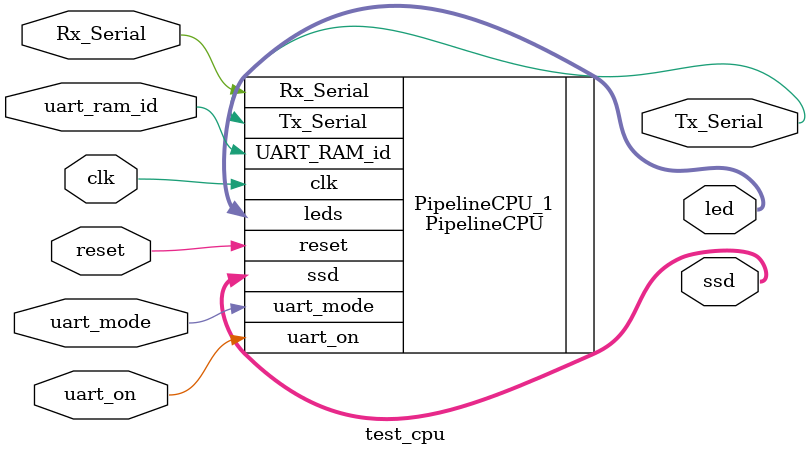
<source format=v>
module test_cpu(clk, reset,
         uart_on, uart_mode, uart_ram_id, Rx_Serial,
         led, ssd, Tx_Serial
    );
    input clk;
    input reset;
    input uart_on;
    input uart_mode;
    input uart_ram_id;
    input Rx_Serial;
    output [7:0] led;
    output [11:0] ssd;
    output Tx_Serial;

    PipelineCPU PipelineCPU_1(.clk(clk), .reset(reset),
                .uart_on(uart_on), .uart_mode(uart_mode), .UART_RAM_id(uart_ram_id), .Rx_Serial(Rx_Serial), .Tx_Serial(Tx_Serial),
                .leds(led), .ssd(ssd));
    endmodule
</source>
